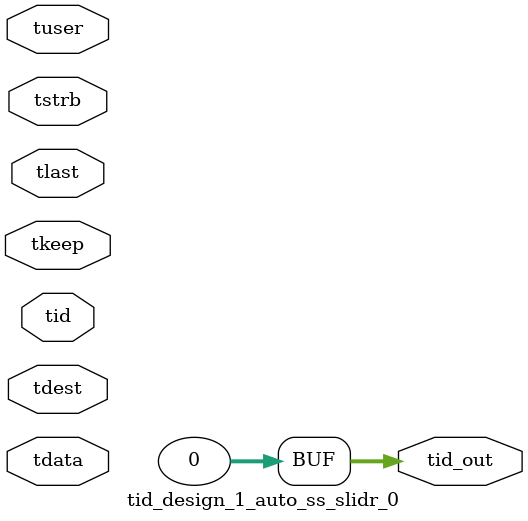
<source format=v>


`timescale 1ps/1ps

module tid_design_1_auto_ss_slidr_0 #
(
parameter C_S_AXIS_TID_WIDTH   = 1,
parameter C_S_AXIS_TUSER_WIDTH = 0,
parameter C_S_AXIS_TDATA_WIDTH = 0,
parameter C_S_AXIS_TDEST_WIDTH = 0,
parameter C_M_AXIS_TID_WIDTH   = 32
)
(
input  [(C_S_AXIS_TID_WIDTH   == 0 ? 1 : C_S_AXIS_TID_WIDTH)-1:0       ] tid,
input  [(C_S_AXIS_TDATA_WIDTH == 0 ? 1 : C_S_AXIS_TDATA_WIDTH)-1:0     ] tdata,
input  [(C_S_AXIS_TUSER_WIDTH == 0 ? 1 : C_S_AXIS_TUSER_WIDTH)-1:0     ] tuser,
input  [(C_S_AXIS_TDEST_WIDTH == 0 ? 1 : C_S_AXIS_TDEST_WIDTH)-1:0     ] tdest,
input  [(C_S_AXIS_TDATA_WIDTH/8)-1:0 ] tkeep,
input  [(C_S_AXIS_TDATA_WIDTH/8)-1:0 ] tstrb,
input                                                                    tlast,
output [(C_M_AXIS_TID_WIDTH   == 0 ? 1 : C_M_AXIS_TID_WIDTH)-1:0       ] tid_out
);

assign tid_out = {1'b0};

endmodule


</source>
